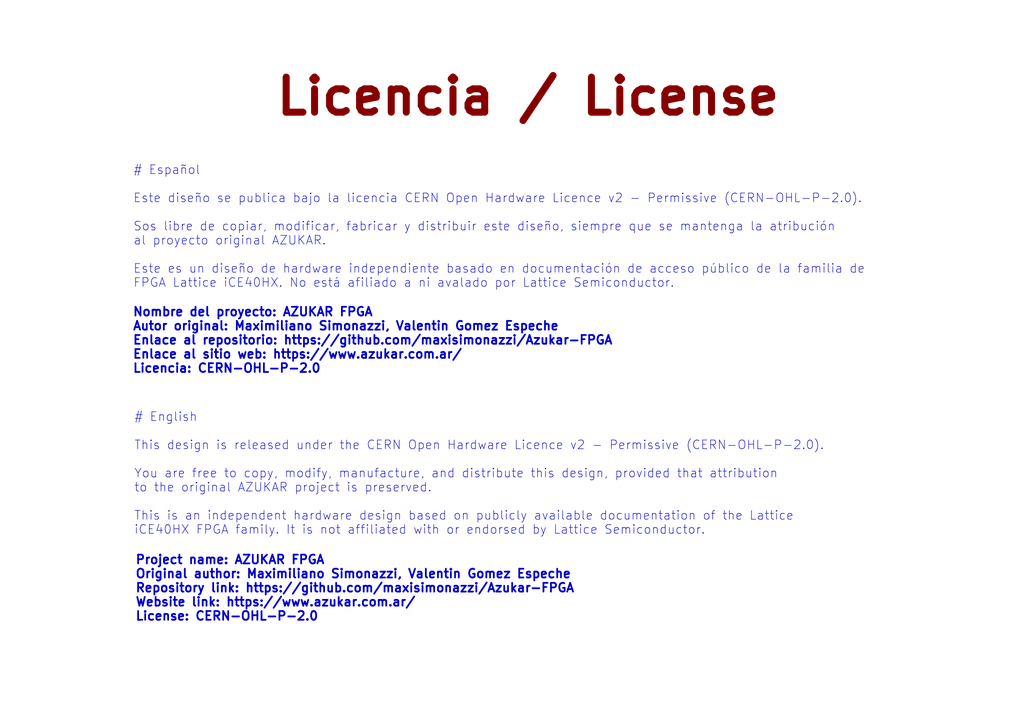
<source format=kicad_sch>
(kicad_sch
	(version 20250114)
	(generator "eeschema")
	(generator_version "9.0")
	(uuid "ae94ceca-4d68-453f-b07d-0eb7fd200eb6")
	(paper "A4")
	(title_block
		(title "Azukar FPGA")
		(date "2026-02-04")
		(rev "1.4")
		(company "Maximiliano Simonazzi, Valentin Gomez Espeche")
		(comment 1 "attribution to the original AZUKAR project is preserved.")
		(comment 2 "This design may be copied, modified, manufactured, and distributed provided that")
		(comment 3 "Year: 2026")
		(comment 4 "License: CERN Open Hardware Licence v2 – Permissive (CERN-OHL-P-2.0)")
	)
	(lib_symbols)
	(text "# English\n\nThis design is released under the CERN Open Hardware Licence v2 - Permissive (CERN-OHL-P-2.0).\n\nYou are free to copy, modify, manufacture, and distribute this design, provided that attribution\nto the original AZUKAR project is preserved.\n\nThis is an independent hardware design based on publicly available documentation of the Lattice\niCE40HX FPGA family. It is not affiliated with or endorsed by Lattice Semiconductor."
		(exclude_from_sim no)
		(at 38.862 137.414 0)
		(effects
			(font
				(size 2.54 2.54)
			)
			(justify left)
		)
		(uuid "4730c760-a281-4878-8d29-e9fa8becba1b")
	)
	(text "# Español\n\nEste diseño se publica bajo la licencia CERN Open Hardware Licence v2 - Permissive (CERN-OHL-P-2.0).\n\nSos libre de copiar, modificar, fabricar y distribuir este diseño, siempre que se mantenga la atribución\nal proyecto original AZUKAR.\n\nEste es un diseño de hardware independiente basado en documentación de acceso público de la familia de\nFPGA Lattice iCE40HX. No está afiliado a ni avalado por Lattice Semiconductor."
		(exclude_from_sim no)
		(at 38.608 65.786 0)
		(effects
			(font
				(size 2.54 2.54)
			)
			(justify left)
		)
		(uuid "84b793b0-ae08-447f-99c3-44802af77f7a")
	)
	(text "Project name: AZUKAR FPGA\nOriginal author: Maximiliano Simonazzi, Valentin Gomez Espeche\nRepository link: https://github.com/maxisimonazzi/Azukar-FPGA\nWebsite link: https://www.azukar.com.ar/\nLicense: CERN-OHL-P-2.0"
		(exclude_from_sim no)
		(at 39.116 170.688 0)
		(effects
			(font
				(size 2.54 2.54)
				(thickness 0.508)
				(bold yes)
			)
			(justify left)
		)
		(uuid "c4df852e-9b56-4cc1-a427-86c3bc86bce2")
	)
	(text "Licencia / License"
		(exclude_from_sim no)
		(at 79.248 28.194 0)
		(effects
			(font
				(size 10.16 10.16)
				(thickness 2.032)
				(bold yes)
				(color 132 0 0 1)
			)
			(justify left)
		)
		(uuid "c5d3987d-4e76-431c-a444-2b47c32a4bf3")
	)
	(text "Nombre del proyecto: AZUKAR FPGA\nAutor original: Maximiliano Simonazzi, Valentin Gomez Espeche\nEnlace al repositorio: https://github.com/maxisimonazzi/Azukar-FPGA\nEnlace al sitio web: https://www.azukar.com.ar/\nLicencia: CERN-OHL-P-2.0"
		(exclude_from_sim no)
		(at 38.354 98.806 0)
		(effects
			(font
				(size 2.54 2.54)
				(thickness 0.508)
				(bold yes)
			)
			(justify left)
		)
		(uuid "e0e6d13c-cc88-4c87-aac7-6f4422980d8f")
	)
)

</source>
